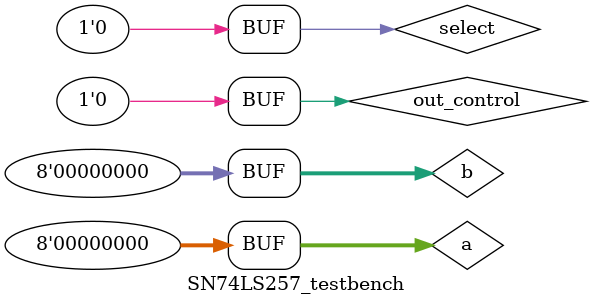
<source format=v>
`timescale 1ns / 1ps


module SN74LS257_testbench;

	// Inputs
	reg [7:0] a;
	reg [7:0] b;
	reg select;
	reg out_control;

	// Outputs
	wire [7:0] y;

	// Instantiate the Unit Under Test (UUT)
	SN74LS257 uut (
		.a(a), 
		.b(b), 
		.select(select), 
		.out_control(out_control), 
		.y(y)
	);

	initial begin
		// Initialize Inputs
		a = 0;
		b = 0;
		select = 0;
		out_control = 0;

		// Wait 100 ns for global reset to finish
		#100;
        
		// Add stimulus here

	end
      
endmodule


</source>
